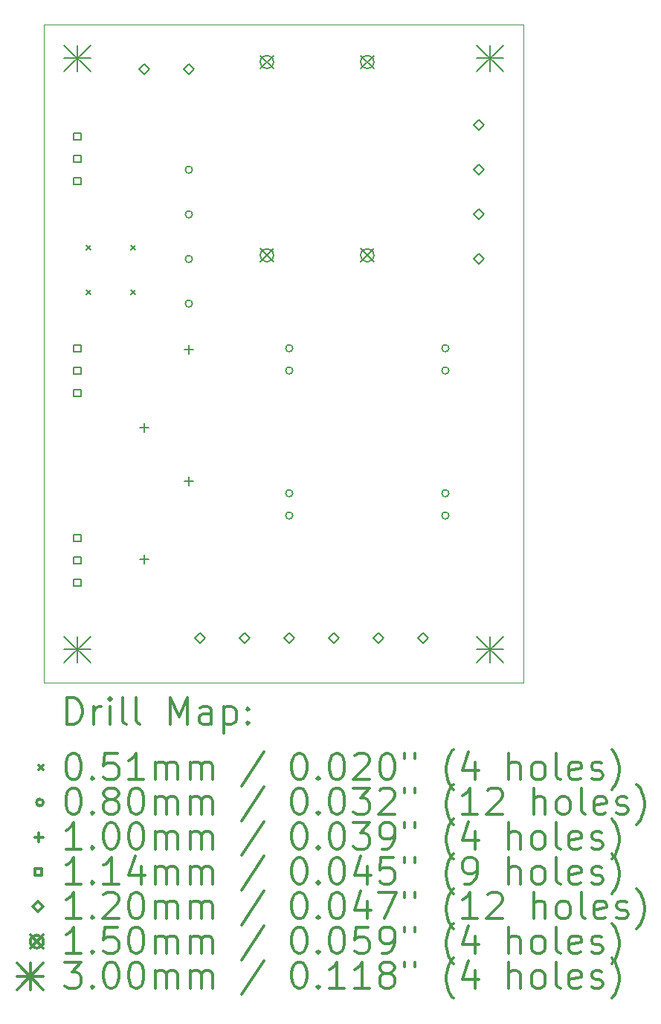
<source format=gbr>
%FSLAX45Y45*%
G04 Gerber Fmt 4.5, Leading zero omitted, Abs format (unit mm)*
G04 Created by KiCad (PCBNEW (after 2015-mar-04 BZR unknown)-product) date Sat 22 Oct 2016 07:01:56 PM CEST*
%MOMM*%
G01*
G04 APERTURE LIST*
%ADD10C,0.127000*%
%ADD11C,0.100000*%
%ADD12C,0.200000*%
%ADD13C,0.300000*%
G04 APERTURE END LIST*
D10*
D11*
X1016000Y-8509000D02*
X1016000Y-1016000D01*
X6477000Y-8509000D02*
X1016000Y-8509000D01*
X6477000Y-1016000D02*
X6477000Y-8509000D01*
X1016000Y-1016000D02*
X6477000Y-1016000D01*
D12*
X1498600Y-3530600D02*
X1549400Y-3581400D01*
X1549400Y-3530600D02*
X1498600Y-3581400D01*
X1498600Y-4038600D02*
X1549400Y-4089400D01*
X1549400Y-4038600D02*
X1498600Y-4089400D01*
X2006600Y-3530600D02*
X2057400Y-3581400D01*
X2057400Y-3530600D02*
X2006600Y-3581400D01*
X2006600Y-4038600D02*
X2057400Y-4089400D01*
X2057400Y-4038600D02*
X2006600Y-4089400D01*
X2707005Y-2667000D02*
G75*
G03X2707005Y-2667000I-40005J0D01*
G01*
X2707005Y-3175000D02*
G75*
G03X2707005Y-3175000I-40005J0D01*
G01*
X2707005Y-3683000D02*
G75*
G03X2707005Y-3683000I-40005J0D01*
G01*
X2707005Y-4191000D02*
G75*
G03X2707005Y-4191000I-40005J0D01*
G01*
X3850005Y-4699000D02*
G75*
G03X3850005Y-4699000I-40005J0D01*
G01*
X3850005Y-4953000D02*
G75*
G03X3850005Y-4953000I-40005J0D01*
G01*
X3850005Y-6350000D02*
G75*
G03X3850005Y-6350000I-40005J0D01*
G01*
X3850005Y-6604000D02*
G75*
G03X3850005Y-6604000I-40005J0D01*
G01*
X5628005Y-4699000D02*
G75*
G03X5628005Y-4699000I-40005J0D01*
G01*
X5628005Y-4953000D02*
G75*
G03X5628005Y-4953000I-40005J0D01*
G01*
X5628005Y-6350000D02*
G75*
G03X5628005Y-6350000I-40005J0D01*
G01*
X5628005Y-6604000D02*
G75*
G03X5628005Y-6604000I-40005J0D01*
G01*
X2159000Y-5549962D02*
X2159000Y-5650038D01*
X2108962Y-5600000D02*
X2209038Y-5600000D01*
X2159000Y-7049962D02*
X2159000Y-7150038D01*
X2108962Y-7100000D02*
X2209038Y-7100000D01*
X2667000Y-4660962D02*
X2667000Y-4761038D01*
X2616962Y-4711000D02*
X2717038Y-4711000D01*
X2667000Y-6160962D02*
X2667000Y-6261038D01*
X2616962Y-6211000D02*
X2717038Y-6211000D01*
X1437411Y-2326412D02*
X1437411Y-2245589D01*
X1356589Y-2245589D01*
X1356589Y-2326412D01*
X1437411Y-2326412D01*
X1437411Y-2580412D02*
X1437411Y-2499589D01*
X1356589Y-2499589D01*
X1356589Y-2580412D01*
X1437411Y-2580412D01*
X1437411Y-2834411D02*
X1437411Y-2753589D01*
X1356589Y-2753589D01*
X1356589Y-2834411D01*
X1437411Y-2834411D01*
X1437411Y-4739412D02*
X1437411Y-4658589D01*
X1356589Y-4658589D01*
X1356589Y-4739412D01*
X1437411Y-4739412D01*
X1437411Y-4993412D02*
X1437411Y-4912589D01*
X1356589Y-4912589D01*
X1356589Y-4993412D01*
X1437411Y-4993412D01*
X1437411Y-5247412D02*
X1437411Y-5166589D01*
X1356589Y-5166589D01*
X1356589Y-5247412D01*
X1437411Y-5247412D01*
X1437411Y-6898411D02*
X1437411Y-6817588D01*
X1356589Y-6817588D01*
X1356589Y-6898411D01*
X1437411Y-6898411D01*
X1437411Y-7152411D02*
X1437411Y-7071588D01*
X1356589Y-7071588D01*
X1356589Y-7152411D01*
X1437411Y-7152411D01*
X1437411Y-7406411D02*
X1437411Y-7325588D01*
X1356589Y-7325588D01*
X1356589Y-7406411D01*
X1437411Y-7406411D01*
X2159000Y-1583944D02*
X2218944Y-1524000D01*
X2159000Y-1464056D01*
X2099056Y-1524000D01*
X2159000Y-1583944D01*
X2667000Y-1583944D02*
X2726944Y-1524000D01*
X2667000Y-1464056D01*
X2607056Y-1524000D01*
X2667000Y-1583944D01*
X2794000Y-8060944D02*
X2853944Y-8001000D01*
X2794000Y-7941056D01*
X2734056Y-8001000D01*
X2794000Y-8060944D01*
X3302000Y-8060944D02*
X3361944Y-8001000D01*
X3302000Y-7941056D01*
X3242056Y-8001000D01*
X3302000Y-8060944D01*
X3810000Y-8060944D02*
X3869944Y-8001000D01*
X3810000Y-7941056D01*
X3750056Y-8001000D01*
X3810000Y-8060944D01*
X4318000Y-8060944D02*
X4377944Y-8001000D01*
X4318000Y-7941056D01*
X4258056Y-8001000D01*
X4318000Y-8060944D01*
X4826000Y-8060944D02*
X4885944Y-8001000D01*
X4826000Y-7941056D01*
X4766056Y-8001000D01*
X4826000Y-8060944D01*
X5334000Y-8060944D02*
X5393944Y-8001000D01*
X5334000Y-7941056D01*
X5274056Y-8001000D01*
X5334000Y-8060944D01*
X5969000Y-2218944D02*
X6028944Y-2159000D01*
X5969000Y-2099056D01*
X5909056Y-2159000D01*
X5969000Y-2218944D01*
X5969000Y-2726944D02*
X6028944Y-2667000D01*
X5969000Y-2607056D01*
X5909056Y-2667000D01*
X5969000Y-2726944D01*
X5969000Y-3234944D02*
X6028944Y-3175000D01*
X5969000Y-3115056D01*
X5909056Y-3175000D01*
X5969000Y-3234944D01*
X5969000Y-3742944D02*
X6028944Y-3683000D01*
X5969000Y-3623056D01*
X5909056Y-3683000D01*
X5969000Y-3742944D01*
X3480943Y-1364869D02*
X3631057Y-1514983D01*
X3631057Y-1364869D02*
X3480943Y-1514983D01*
X3631057Y-1439926D02*
G75*
G03X3631057Y-1439926I-75057J0D01*
G01*
X3480943Y-3565017D02*
X3631057Y-3715131D01*
X3631057Y-3565017D02*
X3480943Y-3715131D01*
X3631057Y-3640074D02*
G75*
G03X3631057Y-3640074I-75057J0D01*
G01*
X4623943Y-1364869D02*
X4774057Y-1514983D01*
X4774057Y-1364869D02*
X4623943Y-1514983D01*
X4774057Y-1439926D02*
G75*
G03X4774057Y-1439926I-75057J0D01*
G01*
X4623943Y-3565017D02*
X4774057Y-3715131D01*
X4774057Y-3565017D02*
X4623943Y-3715131D01*
X4774057Y-3640074D02*
G75*
G03X4774057Y-3640074I-75057J0D01*
G01*
X1247013Y-1247013D02*
X1546987Y-1546987D01*
X1546987Y-1247013D02*
X1247013Y-1546987D01*
X1397000Y-1247013D02*
X1397000Y-1546987D01*
X1247013Y-1397000D02*
X1546987Y-1397000D01*
X1247013Y-7978013D02*
X1546987Y-8277987D01*
X1546987Y-7978013D02*
X1247013Y-8277987D01*
X1397000Y-7978013D02*
X1397000Y-8277987D01*
X1247013Y-8128000D02*
X1546987Y-8128000D01*
X5946013Y-1247013D02*
X6245987Y-1546987D01*
X6245987Y-1247013D02*
X5946013Y-1546987D01*
X6096000Y-1247013D02*
X6096000Y-1546987D01*
X5946013Y-1397000D02*
X6245987Y-1397000D01*
X5946013Y-7978013D02*
X6245987Y-8277987D01*
X6245987Y-7978013D02*
X5946013Y-8277987D01*
X6096000Y-7978013D02*
X6096000Y-8277987D01*
X5946013Y-8128000D02*
X6245987Y-8128000D01*
D13*
X1282429Y-8979714D02*
X1282429Y-8679714D01*
X1353857Y-8679714D01*
X1396714Y-8694000D01*
X1425286Y-8722572D01*
X1439571Y-8751143D01*
X1453857Y-8808286D01*
X1453857Y-8851143D01*
X1439571Y-8908286D01*
X1425286Y-8936857D01*
X1396714Y-8965429D01*
X1353857Y-8979714D01*
X1282429Y-8979714D01*
X1582428Y-8979714D02*
X1582428Y-8779714D01*
X1582428Y-8836857D02*
X1596714Y-8808286D01*
X1611000Y-8794000D01*
X1639571Y-8779714D01*
X1668143Y-8779714D01*
X1768143Y-8979714D02*
X1768143Y-8779714D01*
X1768143Y-8679714D02*
X1753857Y-8694000D01*
X1768143Y-8708286D01*
X1782428Y-8694000D01*
X1768143Y-8679714D01*
X1768143Y-8708286D01*
X1953857Y-8979714D02*
X1925286Y-8965429D01*
X1911000Y-8936857D01*
X1911000Y-8679714D01*
X2111000Y-8979714D02*
X2082428Y-8965429D01*
X2068143Y-8936857D01*
X2068143Y-8679714D01*
X2453857Y-8979714D02*
X2453857Y-8679714D01*
X2553857Y-8894000D01*
X2653857Y-8679714D01*
X2653857Y-8979714D01*
X2925286Y-8979714D02*
X2925286Y-8822572D01*
X2911000Y-8794000D01*
X2882428Y-8779714D01*
X2825286Y-8779714D01*
X2796714Y-8794000D01*
X2925286Y-8965429D02*
X2896714Y-8979714D01*
X2825286Y-8979714D01*
X2796714Y-8965429D01*
X2782429Y-8936857D01*
X2782429Y-8908286D01*
X2796714Y-8879714D01*
X2825286Y-8865429D01*
X2896714Y-8865429D01*
X2925286Y-8851143D01*
X3068143Y-8779714D02*
X3068143Y-9079714D01*
X3068143Y-8794000D02*
X3096714Y-8779714D01*
X3153857Y-8779714D01*
X3182428Y-8794000D01*
X3196714Y-8808286D01*
X3211000Y-8836857D01*
X3211000Y-8922572D01*
X3196714Y-8951143D01*
X3182428Y-8965429D01*
X3153857Y-8979714D01*
X3096714Y-8979714D01*
X3068143Y-8965429D01*
X3339571Y-8951143D02*
X3353857Y-8965429D01*
X3339571Y-8979714D01*
X3325286Y-8965429D01*
X3339571Y-8951143D01*
X3339571Y-8979714D01*
X3339571Y-8794000D02*
X3353857Y-8808286D01*
X3339571Y-8822572D01*
X3325286Y-8808286D01*
X3339571Y-8794000D01*
X3339571Y-8822572D01*
X960200Y-9448600D02*
X1011000Y-9499400D01*
X1011000Y-9448600D02*
X960200Y-9499400D01*
X1339571Y-9309714D02*
X1368143Y-9309714D01*
X1396714Y-9324000D01*
X1411000Y-9338286D01*
X1425286Y-9366857D01*
X1439571Y-9424000D01*
X1439571Y-9495429D01*
X1425286Y-9552572D01*
X1411000Y-9581143D01*
X1396714Y-9595429D01*
X1368143Y-9609714D01*
X1339571Y-9609714D01*
X1311000Y-9595429D01*
X1296714Y-9581143D01*
X1282429Y-9552572D01*
X1268143Y-9495429D01*
X1268143Y-9424000D01*
X1282429Y-9366857D01*
X1296714Y-9338286D01*
X1311000Y-9324000D01*
X1339571Y-9309714D01*
X1568143Y-9581143D02*
X1582428Y-9595429D01*
X1568143Y-9609714D01*
X1553857Y-9595429D01*
X1568143Y-9581143D01*
X1568143Y-9609714D01*
X1853857Y-9309714D02*
X1711000Y-9309714D01*
X1696714Y-9452572D01*
X1711000Y-9438286D01*
X1739571Y-9424000D01*
X1811000Y-9424000D01*
X1839571Y-9438286D01*
X1853857Y-9452572D01*
X1868143Y-9481143D01*
X1868143Y-9552572D01*
X1853857Y-9581143D01*
X1839571Y-9595429D01*
X1811000Y-9609714D01*
X1739571Y-9609714D01*
X1711000Y-9595429D01*
X1696714Y-9581143D01*
X2153857Y-9609714D02*
X1982428Y-9609714D01*
X2068143Y-9609714D02*
X2068143Y-9309714D01*
X2039571Y-9352572D01*
X2011000Y-9381143D01*
X1982428Y-9395429D01*
X2282429Y-9609714D02*
X2282429Y-9409714D01*
X2282429Y-9438286D02*
X2296714Y-9424000D01*
X2325286Y-9409714D01*
X2368143Y-9409714D01*
X2396714Y-9424000D01*
X2411000Y-9452572D01*
X2411000Y-9609714D01*
X2411000Y-9452572D02*
X2425286Y-9424000D01*
X2453857Y-9409714D01*
X2496714Y-9409714D01*
X2525286Y-9424000D01*
X2539571Y-9452572D01*
X2539571Y-9609714D01*
X2682429Y-9609714D02*
X2682429Y-9409714D01*
X2682429Y-9438286D02*
X2696714Y-9424000D01*
X2725286Y-9409714D01*
X2768143Y-9409714D01*
X2796714Y-9424000D01*
X2811000Y-9452572D01*
X2811000Y-9609714D01*
X2811000Y-9452572D02*
X2825286Y-9424000D01*
X2853857Y-9409714D01*
X2896714Y-9409714D01*
X2925286Y-9424000D01*
X2939571Y-9452572D01*
X2939571Y-9609714D01*
X3525286Y-9295429D02*
X3268143Y-9681143D01*
X3911000Y-9309714D02*
X3939571Y-9309714D01*
X3968143Y-9324000D01*
X3982428Y-9338286D01*
X3996714Y-9366857D01*
X4011000Y-9424000D01*
X4011000Y-9495429D01*
X3996714Y-9552572D01*
X3982428Y-9581143D01*
X3968143Y-9595429D01*
X3939571Y-9609714D01*
X3911000Y-9609714D01*
X3882428Y-9595429D01*
X3868143Y-9581143D01*
X3853857Y-9552572D01*
X3839571Y-9495429D01*
X3839571Y-9424000D01*
X3853857Y-9366857D01*
X3868143Y-9338286D01*
X3882428Y-9324000D01*
X3911000Y-9309714D01*
X4139571Y-9581143D02*
X4153857Y-9595429D01*
X4139571Y-9609714D01*
X4125286Y-9595429D01*
X4139571Y-9581143D01*
X4139571Y-9609714D01*
X4339571Y-9309714D02*
X4368143Y-9309714D01*
X4396714Y-9324000D01*
X4411000Y-9338286D01*
X4425286Y-9366857D01*
X4439571Y-9424000D01*
X4439571Y-9495429D01*
X4425286Y-9552572D01*
X4411000Y-9581143D01*
X4396714Y-9595429D01*
X4368143Y-9609714D01*
X4339571Y-9609714D01*
X4311000Y-9595429D01*
X4296714Y-9581143D01*
X4282428Y-9552572D01*
X4268143Y-9495429D01*
X4268143Y-9424000D01*
X4282428Y-9366857D01*
X4296714Y-9338286D01*
X4311000Y-9324000D01*
X4339571Y-9309714D01*
X4553857Y-9338286D02*
X4568143Y-9324000D01*
X4596714Y-9309714D01*
X4668143Y-9309714D01*
X4696714Y-9324000D01*
X4711000Y-9338286D01*
X4725286Y-9366857D01*
X4725286Y-9395429D01*
X4711000Y-9438286D01*
X4539571Y-9609714D01*
X4725286Y-9609714D01*
X4911000Y-9309714D02*
X4939571Y-9309714D01*
X4968143Y-9324000D01*
X4982428Y-9338286D01*
X4996714Y-9366857D01*
X5011000Y-9424000D01*
X5011000Y-9495429D01*
X4996714Y-9552572D01*
X4982428Y-9581143D01*
X4968143Y-9595429D01*
X4939571Y-9609714D01*
X4911000Y-9609714D01*
X4882428Y-9595429D01*
X4868143Y-9581143D01*
X4853857Y-9552572D01*
X4839571Y-9495429D01*
X4839571Y-9424000D01*
X4853857Y-9366857D01*
X4868143Y-9338286D01*
X4882428Y-9324000D01*
X4911000Y-9309714D01*
X5125286Y-9309714D02*
X5125286Y-9366857D01*
X5239571Y-9309714D02*
X5239571Y-9366857D01*
X5682428Y-9724000D02*
X5668143Y-9709714D01*
X5639571Y-9666857D01*
X5625285Y-9638286D01*
X5611000Y-9595429D01*
X5596714Y-9524000D01*
X5596714Y-9466857D01*
X5611000Y-9395429D01*
X5625285Y-9352572D01*
X5639571Y-9324000D01*
X5668143Y-9281143D01*
X5682428Y-9266857D01*
X5925285Y-9409714D02*
X5925285Y-9609714D01*
X5853857Y-9295429D02*
X5782428Y-9509714D01*
X5968143Y-9509714D01*
X6311000Y-9609714D02*
X6311000Y-9309714D01*
X6439571Y-9609714D02*
X6439571Y-9452572D01*
X6425285Y-9424000D01*
X6396714Y-9409714D01*
X6353857Y-9409714D01*
X6325285Y-9424000D01*
X6311000Y-9438286D01*
X6625285Y-9609714D02*
X6596714Y-9595429D01*
X6582428Y-9581143D01*
X6568143Y-9552572D01*
X6568143Y-9466857D01*
X6582428Y-9438286D01*
X6596714Y-9424000D01*
X6625285Y-9409714D01*
X6668143Y-9409714D01*
X6696714Y-9424000D01*
X6711000Y-9438286D01*
X6725285Y-9466857D01*
X6725285Y-9552572D01*
X6711000Y-9581143D01*
X6696714Y-9595429D01*
X6668143Y-9609714D01*
X6625285Y-9609714D01*
X6896714Y-9609714D02*
X6868143Y-9595429D01*
X6853857Y-9566857D01*
X6853857Y-9309714D01*
X7125286Y-9595429D02*
X7096714Y-9609714D01*
X7039571Y-9609714D01*
X7011000Y-9595429D01*
X6996714Y-9566857D01*
X6996714Y-9452572D01*
X7011000Y-9424000D01*
X7039571Y-9409714D01*
X7096714Y-9409714D01*
X7125286Y-9424000D01*
X7139571Y-9452572D01*
X7139571Y-9481143D01*
X6996714Y-9509714D01*
X7253857Y-9595429D02*
X7282428Y-9609714D01*
X7339571Y-9609714D01*
X7368143Y-9595429D01*
X7382428Y-9566857D01*
X7382428Y-9552572D01*
X7368143Y-9524000D01*
X7339571Y-9509714D01*
X7296714Y-9509714D01*
X7268143Y-9495429D01*
X7253857Y-9466857D01*
X7253857Y-9452572D01*
X7268143Y-9424000D01*
X7296714Y-9409714D01*
X7339571Y-9409714D01*
X7368143Y-9424000D01*
X7482428Y-9724000D02*
X7496714Y-9709714D01*
X7525286Y-9666857D01*
X7539571Y-9638286D01*
X7553857Y-9595429D01*
X7568143Y-9524000D01*
X7568143Y-9466857D01*
X7553857Y-9395429D01*
X7539571Y-9352572D01*
X7525286Y-9324000D01*
X7496714Y-9281143D01*
X7482428Y-9266857D01*
X1011000Y-9870000D02*
G75*
G03X1011000Y-9870000I-40005J0D01*
G01*
X1339571Y-9705714D02*
X1368143Y-9705714D01*
X1396714Y-9720000D01*
X1411000Y-9734286D01*
X1425286Y-9762857D01*
X1439571Y-9820000D01*
X1439571Y-9891429D01*
X1425286Y-9948572D01*
X1411000Y-9977143D01*
X1396714Y-9991429D01*
X1368143Y-10005714D01*
X1339571Y-10005714D01*
X1311000Y-9991429D01*
X1296714Y-9977143D01*
X1282429Y-9948572D01*
X1268143Y-9891429D01*
X1268143Y-9820000D01*
X1282429Y-9762857D01*
X1296714Y-9734286D01*
X1311000Y-9720000D01*
X1339571Y-9705714D01*
X1568143Y-9977143D02*
X1582428Y-9991429D01*
X1568143Y-10005714D01*
X1553857Y-9991429D01*
X1568143Y-9977143D01*
X1568143Y-10005714D01*
X1753857Y-9834286D02*
X1725286Y-9820000D01*
X1711000Y-9805714D01*
X1696714Y-9777143D01*
X1696714Y-9762857D01*
X1711000Y-9734286D01*
X1725286Y-9720000D01*
X1753857Y-9705714D01*
X1811000Y-9705714D01*
X1839571Y-9720000D01*
X1853857Y-9734286D01*
X1868143Y-9762857D01*
X1868143Y-9777143D01*
X1853857Y-9805714D01*
X1839571Y-9820000D01*
X1811000Y-9834286D01*
X1753857Y-9834286D01*
X1725286Y-9848572D01*
X1711000Y-9862857D01*
X1696714Y-9891429D01*
X1696714Y-9948572D01*
X1711000Y-9977143D01*
X1725286Y-9991429D01*
X1753857Y-10005714D01*
X1811000Y-10005714D01*
X1839571Y-9991429D01*
X1853857Y-9977143D01*
X1868143Y-9948572D01*
X1868143Y-9891429D01*
X1853857Y-9862857D01*
X1839571Y-9848572D01*
X1811000Y-9834286D01*
X2053857Y-9705714D02*
X2082428Y-9705714D01*
X2111000Y-9720000D01*
X2125286Y-9734286D01*
X2139571Y-9762857D01*
X2153857Y-9820000D01*
X2153857Y-9891429D01*
X2139571Y-9948572D01*
X2125286Y-9977143D01*
X2111000Y-9991429D01*
X2082428Y-10005714D01*
X2053857Y-10005714D01*
X2025286Y-9991429D01*
X2011000Y-9977143D01*
X1996714Y-9948572D01*
X1982428Y-9891429D01*
X1982428Y-9820000D01*
X1996714Y-9762857D01*
X2011000Y-9734286D01*
X2025286Y-9720000D01*
X2053857Y-9705714D01*
X2282429Y-10005714D02*
X2282429Y-9805714D01*
X2282429Y-9834286D02*
X2296714Y-9820000D01*
X2325286Y-9805714D01*
X2368143Y-9805714D01*
X2396714Y-9820000D01*
X2411000Y-9848572D01*
X2411000Y-10005714D01*
X2411000Y-9848572D02*
X2425286Y-9820000D01*
X2453857Y-9805714D01*
X2496714Y-9805714D01*
X2525286Y-9820000D01*
X2539571Y-9848572D01*
X2539571Y-10005714D01*
X2682429Y-10005714D02*
X2682429Y-9805714D01*
X2682429Y-9834286D02*
X2696714Y-9820000D01*
X2725286Y-9805714D01*
X2768143Y-9805714D01*
X2796714Y-9820000D01*
X2811000Y-9848572D01*
X2811000Y-10005714D01*
X2811000Y-9848572D02*
X2825286Y-9820000D01*
X2853857Y-9805714D01*
X2896714Y-9805714D01*
X2925286Y-9820000D01*
X2939571Y-9848572D01*
X2939571Y-10005714D01*
X3525286Y-9691429D02*
X3268143Y-10077143D01*
X3911000Y-9705714D02*
X3939571Y-9705714D01*
X3968143Y-9720000D01*
X3982428Y-9734286D01*
X3996714Y-9762857D01*
X4011000Y-9820000D01*
X4011000Y-9891429D01*
X3996714Y-9948572D01*
X3982428Y-9977143D01*
X3968143Y-9991429D01*
X3939571Y-10005714D01*
X3911000Y-10005714D01*
X3882428Y-9991429D01*
X3868143Y-9977143D01*
X3853857Y-9948572D01*
X3839571Y-9891429D01*
X3839571Y-9820000D01*
X3853857Y-9762857D01*
X3868143Y-9734286D01*
X3882428Y-9720000D01*
X3911000Y-9705714D01*
X4139571Y-9977143D02*
X4153857Y-9991429D01*
X4139571Y-10005714D01*
X4125286Y-9991429D01*
X4139571Y-9977143D01*
X4139571Y-10005714D01*
X4339571Y-9705714D02*
X4368143Y-9705714D01*
X4396714Y-9720000D01*
X4411000Y-9734286D01*
X4425286Y-9762857D01*
X4439571Y-9820000D01*
X4439571Y-9891429D01*
X4425286Y-9948572D01*
X4411000Y-9977143D01*
X4396714Y-9991429D01*
X4368143Y-10005714D01*
X4339571Y-10005714D01*
X4311000Y-9991429D01*
X4296714Y-9977143D01*
X4282428Y-9948572D01*
X4268143Y-9891429D01*
X4268143Y-9820000D01*
X4282428Y-9762857D01*
X4296714Y-9734286D01*
X4311000Y-9720000D01*
X4339571Y-9705714D01*
X4539571Y-9705714D02*
X4725286Y-9705714D01*
X4625286Y-9820000D01*
X4668143Y-9820000D01*
X4696714Y-9834286D01*
X4711000Y-9848572D01*
X4725286Y-9877143D01*
X4725286Y-9948572D01*
X4711000Y-9977143D01*
X4696714Y-9991429D01*
X4668143Y-10005714D01*
X4582428Y-10005714D01*
X4553857Y-9991429D01*
X4539571Y-9977143D01*
X4839571Y-9734286D02*
X4853857Y-9720000D01*
X4882428Y-9705714D01*
X4953857Y-9705714D01*
X4982428Y-9720000D01*
X4996714Y-9734286D01*
X5011000Y-9762857D01*
X5011000Y-9791429D01*
X4996714Y-9834286D01*
X4825286Y-10005714D01*
X5011000Y-10005714D01*
X5125286Y-9705714D02*
X5125286Y-9762857D01*
X5239571Y-9705714D02*
X5239571Y-9762857D01*
X5682428Y-10120000D02*
X5668143Y-10105714D01*
X5639571Y-10062857D01*
X5625285Y-10034286D01*
X5611000Y-9991429D01*
X5596714Y-9920000D01*
X5596714Y-9862857D01*
X5611000Y-9791429D01*
X5625285Y-9748572D01*
X5639571Y-9720000D01*
X5668143Y-9677143D01*
X5682428Y-9662857D01*
X5953857Y-10005714D02*
X5782428Y-10005714D01*
X5868143Y-10005714D02*
X5868143Y-9705714D01*
X5839571Y-9748572D01*
X5811000Y-9777143D01*
X5782428Y-9791429D01*
X6068143Y-9734286D02*
X6082428Y-9720000D01*
X6111000Y-9705714D01*
X6182428Y-9705714D01*
X6211000Y-9720000D01*
X6225285Y-9734286D01*
X6239571Y-9762857D01*
X6239571Y-9791429D01*
X6225285Y-9834286D01*
X6053857Y-10005714D01*
X6239571Y-10005714D01*
X6596714Y-10005714D02*
X6596714Y-9705714D01*
X6725285Y-10005714D02*
X6725285Y-9848572D01*
X6711000Y-9820000D01*
X6682428Y-9805714D01*
X6639571Y-9805714D01*
X6611000Y-9820000D01*
X6596714Y-9834286D01*
X6911000Y-10005714D02*
X6882428Y-9991429D01*
X6868143Y-9977143D01*
X6853857Y-9948572D01*
X6853857Y-9862857D01*
X6868143Y-9834286D01*
X6882428Y-9820000D01*
X6911000Y-9805714D01*
X6953857Y-9805714D01*
X6982428Y-9820000D01*
X6996714Y-9834286D01*
X7011000Y-9862857D01*
X7011000Y-9948572D01*
X6996714Y-9977143D01*
X6982428Y-9991429D01*
X6953857Y-10005714D01*
X6911000Y-10005714D01*
X7182428Y-10005714D02*
X7153857Y-9991429D01*
X7139571Y-9962857D01*
X7139571Y-9705714D01*
X7411000Y-9991429D02*
X7382428Y-10005714D01*
X7325286Y-10005714D01*
X7296714Y-9991429D01*
X7282428Y-9962857D01*
X7282428Y-9848572D01*
X7296714Y-9820000D01*
X7325286Y-9805714D01*
X7382428Y-9805714D01*
X7411000Y-9820000D01*
X7425286Y-9848572D01*
X7425286Y-9877143D01*
X7282428Y-9905714D01*
X7539571Y-9991429D02*
X7568143Y-10005714D01*
X7625286Y-10005714D01*
X7653857Y-9991429D01*
X7668143Y-9962857D01*
X7668143Y-9948572D01*
X7653857Y-9920000D01*
X7625286Y-9905714D01*
X7582428Y-9905714D01*
X7553857Y-9891429D01*
X7539571Y-9862857D01*
X7539571Y-9848572D01*
X7553857Y-9820000D01*
X7582428Y-9805714D01*
X7625286Y-9805714D01*
X7653857Y-9820000D01*
X7768143Y-10120000D02*
X7782428Y-10105714D01*
X7811000Y-10062857D01*
X7825286Y-10034286D01*
X7839571Y-9991429D01*
X7853857Y-9920000D01*
X7853857Y-9862857D01*
X7839571Y-9791429D01*
X7825286Y-9748572D01*
X7811000Y-9720000D01*
X7782428Y-9677143D01*
X7768143Y-9662857D01*
X960962Y-10215962D02*
X960962Y-10316038D01*
X910924Y-10266000D02*
X1011000Y-10266000D01*
X1439571Y-10401714D02*
X1268143Y-10401714D01*
X1353857Y-10401714D02*
X1353857Y-10101714D01*
X1325286Y-10144572D01*
X1296714Y-10173143D01*
X1268143Y-10187429D01*
X1568143Y-10373143D02*
X1582428Y-10387429D01*
X1568143Y-10401714D01*
X1553857Y-10387429D01*
X1568143Y-10373143D01*
X1568143Y-10401714D01*
X1768143Y-10101714D02*
X1796714Y-10101714D01*
X1825286Y-10116000D01*
X1839571Y-10130286D01*
X1853857Y-10158857D01*
X1868143Y-10216000D01*
X1868143Y-10287429D01*
X1853857Y-10344572D01*
X1839571Y-10373143D01*
X1825286Y-10387429D01*
X1796714Y-10401714D01*
X1768143Y-10401714D01*
X1739571Y-10387429D01*
X1725286Y-10373143D01*
X1711000Y-10344572D01*
X1696714Y-10287429D01*
X1696714Y-10216000D01*
X1711000Y-10158857D01*
X1725286Y-10130286D01*
X1739571Y-10116000D01*
X1768143Y-10101714D01*
X2053857Y-10101714D02*
X2082428Y-10101714D01*
X2111000Y-10116000D01*
X2125286Y-10130286D01*
X2139571Y-10158857D01*
X2153857Y-10216000D01*
X2153857Y-10287429D01*
X2139571Y-10344572D01*
X2125286Y-10373143D01*
X2111000Y-10387429D01*
X2082428Y-10401714D01*
X2053857Y-10401714D01*
X2025286Y-10387429D01*
X2011000Y-10373143D01*
X1996714Y-10344572D01*
X1982428Y-10287429D01*
X1982428Y-10216000D01*
X1996714Y-10158857D01*
X2011000Y-10130286D01*
X2025286Y-10116000D01*
X2053857Y-10101714D01*
X2282429Y-10401714D02*
X2282429Y-10201714D01*
X2282429Y-10230286D02*
X2296714Y-10216000D01*
X2325286Y-10201714D01*
X2368143Y-10201714D01*
X2396714Y-10216000D01*
X2411000Y-10244572D01*
X2411000Y-10401714D01*
X2411000Y-10244572D02*
X2425286Y-10216000D01*
X2453857Y-10201714D01*
X2496714Y-10201714D01*
X2525286Y-10216000D01*
X2539571Y-10244572D01*
X2539571Y-10401714D01*
X2682429Y-10401714D02*
X2682429Y-10201714D01*
X2682429Y-10230286D02*
X2696714Y-10216000D01*
X2725286Y-10201714D01*
X2768143Y-10201714D01*
X2796714Y-10216000D01*
X2811000Y-10244572D01*
X2811000Y-10401714D01*
X2811000Y-10244572D02*
X2825286Y-10216000D01*
X2853857Y-10201714D01*
X2896714Y-10201714D01*
X2925286Y-10216000D01*
X2939571Y-10244572D01*
X2939571Y-10401714D01*
X3525286Y-10087429D02*
X3268143Y-10473143D01*
X3911000Y-10101714D02*
X3939571Y-10101714D01*
X3968143Y-10116000D01*
X3982428Y-10130286D01*
X3996714Y-10158857D01*
X4011000Y-10216000D01*
X4011000Y-10287429D01*
X3996714Y-10344572D01*
X3982428Y-10373143D01*
X3968143Y-10387429D01*
X3939571Y-10401714D01*
X3911000Y-10401714D01*
X3882428Y-10387429D01*
X3868143Y-10373143D01*
X3853857Y-10344572D01*
X3839571Y-10287429D01*
X3839571Y-10216000D01*
X3853857Y-10158857D01*
X3868143Y-10130286D01*
X3882428Y-10116000D01*
X3911000Y-10101714D01*
X4139571Y-10373143D02*
X4153857Y-10387429D01*
X4139571Y-10401714D01*
X4125286Y-10387429D01*
X4139571Y-10373143D01*
X4139571Y-10401714D01*
X4339571Y-10101714D02*
X4368143Y-10101714D01*
X4396714Y-10116000D01*
X4411000Y-10130286D01*
X4425286Y-10158857D01*
X4439571Y-10216000D01*
X4439571Y-10287429D01*
X4425286Y-10344572D01*
X4411000Y-10373143D01*
X4396714Y-10387429D01*
X4368143Y-10401714D01*
X4339571Y-10401714D01*
X4311000Y-10387429D01*
X4296714Y-10373143D01*
X4282428Y-10344572D01*
X4268143Y-10287429D01*
X4268143Y-10216000D01*
X4282428Y-10158857D01*
X4296714Y-10130286D01*
X4311000Y-10116000D01*
X4339571Y-10101714D01*
X4539571Y-10101714D02*
X4725286Y-10101714D01*
X4625286Y-10216000D01*
X4668143Y-10216000D01*
X4696714Y-10230286D01*
X4711000Y-10244572D01*
X4725286Y-10273143D01*
X4725286Y-10344572D01*
X4711000Y-10373143D01*
X4696714Y-10387429D01*
X4668143Y-10401714D01*
X4582428Y-10401714D01*
X4553857Y-10387429D01*
X4539571Y-10373143D01*
X4868143Y-10401714D02*
X4925286Y-10401714D01*
X4953857Y-10387429D01*
X4968143Y-10373143D01*
X4996714Y-10330286D01*
X5011000Y-10273143D01*
X5011000Y-10158857D01*
X4996714Y-10130286D01*
X4982428Y-10116000D01*
X4953857Y-10101714D01*
X4896714Y-10101714D01*
X4868143Y-10116000D01*
X4853857Y-10130286D01*
X4839571Y-10158857D01*
X4839571Y-10230286D01*
X4853857Y-10258857D01*
X4868143Y-10273143D01*
X4896714Y-10287429D01*
X4953857Y-10287429D01*
X4982428Y-10273143D01*
X4996714Y-10258857D01*
X5011000Y-10230286D01*
X5125286Y-10101714D02*
X5125286Y-10158857D01*
X5239571Y-10101714D02*
X5239571Y-10158857D01*
X5682428Y-10516000D02*
X5668143Y-10501714D01*
X5639571Y-10458857D01*
X5625285Y-10430286D01*
X5611000Y-10387429D01*
X5596714Y-10316000D01*
X5596714Y-10258857D01*
X5611000Y-10187429D01*
X5625285Y-10144572D01*
X5639571Y-10116000D01*
X5668143Y-10073143D01*
X5682428Y-10058857D01*
X5925285Y-10201714D02*
X5925285Y-10401714D01*
X5853857Y-10087429D02*
X5782428Y-10301714D01*
X5968143Y-10301714D01*
X6311000Y-10401714D02*
X6311000Y-10101714D01*
X6439571Y-10401714D02*
X6439571Y-10244572D01*
X6425285Y-10216000D01*
X6396714Y-10201714D01*
X6353857Y-10201714D01*
X6325285Y-10216000D01*
X6311000Y-10230286D01*
X6625285Y-10401714D02*
X6596714Y-10387429D01*
X6582428Y-10373143D01*
X6568143Y-10344572D01*
X6568143Y-10258857D01*
X6582428Y-10230286D01*
X6596714Y-10216000D01*
X6625285Y-10201714D01*
X6668143Y-10201714D01*
X6696714Y-10216000D01*
X6711000Y-10230286D01*
X6725285Y-10258857D01*
X6725285Y-10344572D01*
X6711000Y-10373143D01*
X6696714Y-10387429D01*
X6668143Y-10401714D01*
X6625285Y-10401714D01*
X6896714Y-10401714D02*
X6868143Y-10387429D01*
X6853857Y-10358857D01*
X6853857Y-10101714D01*
X7125286Y-10387429D02*
X7096714Y-10401714D01*
X7039571Y-10401714D01*
X7011000Y-10387429D01*
X6996714Y-10358857D01*
X6996714Y-10244572D01*
X7011000Y-10216000D01*
X7039571Y-10201714D01*
X7096714Y-10201714D01*
X7125286Y-10216000D01*
X7139571Y-10244572D01*
X7139571Y-10273143D01*
X6996714Y-10301714D01*
X7253857Y-10387429D02*
X7282428Y-10401714D01*
X7339571Y-10401714D01*
X7368143Y-10387429D01*
X7382428Y-10358857D01*
X7382428Y-10344572D01*
X7368143Y-10316000D01*
X7339571Y-10301714D01*
X7296714Y-10301714D01*
X7268143Y-10287429D01*
X7253857Y-10258857D01*
X7253857Y-10244572D01*
X7268143Y-10216000D01*
X7296714Y-10201714D01*
X7339571Y-10201714D01*
X7368143Y-10216000D01*
X7482428Y-10516000D02*
X7496714Y-10501714D01*
X7525286Y-10458857D01*
X7539571Y-10430286D01*
X7553857Y-10387429D01*
X7568143Y-10316000D01*
X7568143Y-10258857D01*
X7553857Y-10187429D01*
X7539571Y-10144572D01*
X7525286Y-10116000D01*
X7496714Y-10073143D01*
X7482428Y-10058857D01*
X994261Y-10702412D02*
X994261Y-10621589D01*
X913438Y-10621589D01*
X913438Y-10702412D01*
X994261Y-10702412D01*
X1439571Y-10797714D02*
X1268143Y-10797714D01*
X1353857Y-10797714D02*
X1353857Y-10497714D01*
X1325286Y-10540572D01*
X1296714Y-10569143D01*
X1268143Y-10583429D01*
X1568143Y-10769143D02*
X1582428Y-10783429D01*
X1568143Y-10797714D01*
X1553857Y-10783429D01*
X1568143Y-10769143D01*
X1568143Y-10797714D01*
X1868143Y-10797714D02*
X1696714Y-10797714D01*
X1782428Y-10797714D02*
X1782428Y-10497714D01*
X1753857Y-10540572D01*
X1725286Y-10569143D01*
X1696714Y-10583429D01*
X2125286Y-10597714D02*
X2125286Y-10797714D01*
X2053857Y-10483429D02*
X1982428Y-10697714D01*
X2168143Y-10697714D01*
X2282429Y-10797714D02*
X2282429Y-10597714D01*
X2282429Y-10626286D02*
X2296714Y-10612000D01*
X2325286Y-10597714D01*
X2368143Y-10597714D01*
X2396714Y-10612000D01*
X2411000Y-10640572D01*
X2411000Y-10797714D01*
X2411000Y-10640572D02*
X2425286Y-10612000D01*
X2453857Y-10597714D01*
X2496714Y-10597714D01*
X2525286Y-10612000D01*
X2539571Y-10640572D01*
X2539571Y-10797714D01*
X2682429Y-10797714D02*
X2682429Y-10597714D01*
X2682429Y-10626286D02*
X2696714Y-10612000D01*
X2725286Y-10597714D01*
X2768143Y-10597714D01*
X2796714Y-10612000D01*
X2811000Y-10640572D01*
X2811000Y-10797714D01*
X2811000Y-10640572D02*
X2825286Y-10612000D01*
X2853857Y-10597714D01*
X2896714Y-10597714D01*
X2925286Y-10612000D01*
X2939571Y-10640572D01*
X2939571Y-10797714D01*
X3525286Y-10483429D02*
X3268143Y-10869143D01*
X3911000Y-10497714D02*
X3939571Y-10497714D01*
X3968143Y-10512000D01*
X3982428Y-10526286D01*
X3996714Y-10554857D01*
X4011000Y-10612000D01*
X4011000Y-10683429D01*
X3996714Y-10740572D01*
X3982428Y-10769143D01*
X3968143Y-10783429D01*
X3939571Y-10797714D01*
X3911000Y-10797714D01*
X3882428Y-10783429D01*
X3868143Y-10769143D01*
X3853857Y-10740572D01*
X3839571Y-10683429D01*
X3839571Y-10612000D01*
X3853857Y-10554857D01*
X3868143Y-10526286D01*
X3882428Y-10512000D01*
X3911000Y-10497714D01*
X4139571Y-10769143D02*
X4153857Y-10783429D01*
X4139571Y-10797714D01*
X4125286Y-10783429D01*
X4139571Y-10769143D01*
X4139571Y-10797714D01*
X4339571Y-10497714D02*
X4368143Y-10497714D01*
X4396714Y-10512000D01*
X4411000Y-10526286D01*
X4425286Y-10554857D01*
X4439571Y-10612000D01*
X4439571Y-10683429D01*
X4425286Y-10740572D01*
X4411000Y-10769143D01*
X4396714Y-10783429D01*
X4368143Y-10797714D01*
X4339571Y-10797714D01*
X4311000Y-10783429D01*
X4296714Y-10769143D01*
X4282428Y-10740572D01*
X4268143Y-10683429D01*
X4268143Y-10612000D01*
X4282428Y-10554857D01*
X4296714Y-10526286D01*
X4311000Y-10512000D01*
X4339571Y-10497714D01*
X4696714Y-10597714D02*
X4696714Y-10797714D01*
X4625286Y-10483429D02*
X4553857Y-10697714D01*
X4739571Y-10697714D01*
X4996714Y-10497714D02*
X4853857Y-10497714D01*
X4839571Y-10640572D01*
X4853857Y-10626286D01*
X4882428Y-10612000D01*
X4953857Y-10612000D01*
X4982428Y-10626286D01*
X4996714Y-10640572D01*
X5011000Y-10669143D01*
X5011000Y-10740572D01*
X4996714Y-10769143D01*
X4982428Y-10783429D01*
X4953857Y-10797714D01*
X4882428Y-10797714D01*
X4853857Y-10783429D01*
X4839571Y-10769143D01*
X5125286Y-10497714D02*
X5125286Y-10554857D01*
X5239571Y-10497714D02*
X5239571Y-10554857D01*
X5682428Y-10912000D02*
X5668143Y-10897714D01*
X5639571Y-10854857D01*
X5625285Y-10826286D01*
X5611000Y-10783429D01*
X5596714Y-10712000D01*
X5596714Y-10654857D01*
X5611000Y-10583429D01*
X5625285Y-10540572D01*
X5639571Y-10512000D01*
X5668143Y-10469143D01*
X5682428Y-10454857D01*
X5811000Y-10797714D02*
X5868143Y-10797714D01*
X5896714Y-10783429D01*
X5911000Y-10769143D01*
X5939571Y-10726286D01*
X5953857Y-10669143D01*
X5953857Y-10554857D01*
X5939571Y-10526286D01*
X5925285Y-10512000D01*
X5896714Y-10497714D01*
X5839571Y-10497714D01*
X5811000Y-10512000D01*
X5796714Y-10526286D01*
X5782428Y-10554857D01*
X5782428Y-10626286D01*
X5796714Y-10654857D01*
X5811000Y-10669143D01*
X5839571Y-10683429D01*
X5896714Y-10683429D01*
X5925285Y-10669143D01*
X5939571Y-10654857D01*
X5953857Y-10626286D01*
X6311000Y-10797714D02*
X6311000Y-10497714D01*
X6439571Y-10797714D02*
X6439571Y-10640572D01*
X6425285Y-10612000D01*
X6396714Y-10597714D01*
X6353857Y-10597714D01*
X6325285Y-10612000D01*
X6311000Y-10626286D01*
X6625285Y-10797714D02*
X6596714Y-10783429D01*
X6582428Y-10769143D01*
X6568143Y-10740572D01*
X6568143Y-10654857D01*
X6582428Y-10626286D01*
X6596714Y-10612000D01*
X6625285Y-10597714D01*
X6668143Y-10597714D01*
X6696714Y-10612000D01*
X6711000Y-10626286D01*
X6725285Y-10654857D01*
X6725285Y-10740572D01*
X6711000Y-10769143D01*
X6696714Y-10783429D01*
X6668143Y-10797714D01*
X6625285Y-10797714D01*
X6896714Y-10797714D02*
X6868143Y-10783429D01*
X6853857Y-10754857D01*
X6853857Y-10497714D01*
X7125286Y-10783429D02*
X7096714Y-10797714D01*
X7039571Y-10797714D01*
X7011000Y-10783429D01*
X6996714Y-10754857D01*
X6996714Y-10640572D01*
X7011000Y-10612000D01*
X7039571Y-10597714D01*
X7096714Y-10597714D01*
X7125286Y-10612000D01*
X7139571Y-10640572D01*
X7139571Y-10669143D01*
X6996714Y-10697714D01*
X7253857Y-10783429D02*
X7282428Y-10797714D01*
X7339571Y-10797714D01*
X7368143Y-10783429D01*
X7382428Y-10754857D01*
X7382428Y-10740572D01*
X7368143Y-10712000D01*
X7339571Y-10697714D01*
X7296714Y-10697714D01*
X7268143Y-10683429D01*
X7253857Y-10654857D01*
X7253857Y-10640572D01*
X7268143Y-10612000D01*
X7296714Y-10597714D01*
X7339571Y-10597714D01*
X7368143Y-10612000D01*
X7482428Y-10912000D02*
X7496714Y-10897714D01*
X7525286Y-10854857D01*
X7539571Y-10826286D01*
X7553857Y-10783429D01*
X7568143Y-10712000D01*
X7568143Y-10654857D01*
X7553857Y-10583429D01*
X7539571Y-10540572D01*
X7525286Y-10512000D01*
X7496714Y-10469143D01*
X7482428Y-10454857D01*
X951056Y-11117944D02*
X1011000Y-11058000D01*
X951056Y-10998056D01*
X891112Y-11058000D01*
X951056Y-11117944D01*
X1439571Y-11193714D02*
X1268143Y-11193714D01*
X1353857Y-11193714D02*
X1353857Y-10893714D01*
X1325286Y-10936572D01*
X1296714Y-10965143D01*
X1268143Y-10979429D01*
X1568143Y-11165143D02*
X1582428Y-11179429D01*
X1568143Y-11193714D01*
X1553857Y-11179429D01*
X1568143Y-11165143D01*
X1568143Y-11193714D01*
X1696714Y-10922286D02*
X1711000Y-10908000D01*
X1739571Y-10893714D01*
X1811000Y-10893714D01*
X1839571Y-10908000D01*
X1853857Y-10922286D01*
X1868143Y-10950857D01*
X1868143Y-10979429D01*
X1853857Y-11022286D01*
X1682428Y-11193714D01*
X1868143Y-11193714D01*
X2053857Y-10893714D02*
X2082428Y-10893714D01*
X2111000Y-10908000D01*
X2125286Y-10922286D01*
X2139571Y-10950857D01*
X2153857Y-11008000D01*
X2153857Y-11079429D01*
X2139571Y-11136572D01*
X2125286Y-11165143D01*
X2111000Y-11179429D01*
X2082428Y-11193714D01*
X2053857Y-11193714D01*
X2025286Y-11179429D01*
X2011000Y-11165143D01*
X1996714Y-11136572D01*
X1982428Y-11079429D01*
X1982428Y-11008000D01*
X1996714Y-10950857D01*
X2011000Y-10922286D01*
X2025286Y-10908000D01*
X2053857Y-10893714D01*
X2282429Y-11193714D02*
X2282429Y-10993714D01*
X2282429Y-11022286D02*
X2296714Y-11008000D01*
X2325286Y-10993714D01*
X2368143Y-10993714D01*
X2396714Y-11008000D01*
X2411000Y-11036572D01*
X2411000Y-11193714D01*
X2411000Y-11036572D02*
X2425286Y-11008000D01*
X2453857Y-10993714D01*
X2496714Y-10993714D01*
X2525286Y-11008000D01*
X2539571Y-11036572D01*
X2539571Y-11193714D01*
X2682429Y-11193714D02*
X2682429Y-10993714D01*
X2682429Y-11022286D02*
X2696714Y-11008000D01*
X2725286Y-10993714D01*
X2768143Y-10993714D01*
X2796714Y-11008000D01*
X2811000Y-11036572D01*
X2811000Y-11193714D01*
X2811000Y-11036572D02*
X2825286Y-11008000D01*
X2853857Y-10993714D01*
X2896714Y-10993714D01*
X2925286Y-11008000D01*
X2939571Y-11036572D01*
X2939571Y-11193714D01*
X3525286Y-10879429D02*
X3268143Y-11265143D01*
X3911000Y-10893714D02*
X3939571Y-10893714D01*
X3968143Y-10908000D01*
X3982428Y-10922286D01*
X3996714Y-10950857D01*
X4011000Y-11008000D01*
X4011000Y-11079429D01*
X3996714Y-11136572D01*
X3982428Y-11165143D01*
X3968143Y-11179429D01*
X3939571Y-11193714D01*
X3911000Y-11193714D01*
X3882428Y-11179429D01*
X3868143Y-11165143D01*
X3853857Y-11136572D01*
X3839571Y-11079429D01*
X3839571Y-11008000D01*
X3853857Y-10950857D01*
X3868143Y-10922286D01*
X3882428Y-10908000D01*
X3911000Y-10893714D01*
X4139571Y-11165143D02*
X4153857Y-11179429D01*
X4139571Y-11193714D01*
X4125286Y-11179429D01*
X4139571Y-11165143D01*
X4139571Y-11193714D01*
X4339571Y-10893714D02*
X4368143Y-10893714D01*
X4396714Y-10908000D01*
X4411000Y-10922286D01*
X4425286Y-10950857D01*
X4439571Y-11008000D01*
X4439571Y-11079429D01*
X4425286Y-11136572D01*
X4411000Y-11165143D01*
X4396714Y-11179429D01*
X4368143Y-11193714D01*
X4339571Y-11193714D01*
X4311000Y-11179429D01*
X4296714Y-11165143D01*
X4282428Y-11136572D01*
X4268143Y-11079429D01*
X4268143Y-11008000D01*
X4282428Y-10950857D01*
X4296714Y-10922286D01*
X4311000Y-10908000D01*
X4339571Y-10893714D01*
X4696714Y-10993714D02*
X4696714Y-11193714D01*
X4625286Y-10879429D02*
X4553857Y-11093714D01*
X4739571Y-11093714D01*
X4825286Y-10893714D02*
X5025286Y-10893714D01*
X4896714Y-11193714D01*
X5125286Y-10893714D02*
X5125286Y-10950857D01*
X5239571Y-10893714D02*
X5239571Y-10950857D01*
X5682428Y-11308000D02*
X5668143Y-11293714D01*
X5639571Y-11250857D01*
X5625285Y-11222286D01*
X5611000Y-11179429D01*
X5596714Y-11108000D01*
X5596714Y-11050857D01*
X5611000Y-10979429D01*
X5625285Y-10936572D01*
X5639571Y-10908000D01*
X5668143Y-10865143D01*
X5682428Y-10850857D01*
X5953857Y-11193714D02*
X5782428Y-11193714D01*
X5868143Y-11193714D02*
X5868143Y-10893714D01*
X5839571Y-10936572D01*
X5811000Y-10965143D01*
X5782428Y-10979429D01*
X6068143Y-10922286D02*
X6082428Y-10908000D01*
X6111000Y-10893714D01*
X6182428Y-10893714D01*
X6211000Y-10908000D01*
X6225285Y-10922286D01*
X6239571Y-10950857D01*
X6239571Y-10979429D01*
X6225285Y-11022286D01*
X6053857Y-11193714D01*
X6239571Y-11193714D01*
X6596714Y-11193714D02*
X6596714Y-10893714D01*
X6725285Y-11193714D02*
X6725285Y-11036572D01*
X6711000Y-11008000D01*
X6682428Y-10993714D01*
X6639571Y-10993714D01*
X6611000Y-11008000D01*
X6596714Y-11022286D01*
X6911000Y-11193714D02*
X6882428Y-11179429D01*
X6868143Y-11165143D01*
X6853857Y-11136572D01*
X6853857Y-11050857D01*
X6868143Y-11022286D01*
X6882428Y-11008000D01*
X6911000Y-10993714D01*
X6953857Y-10993714D01*
X6982428Y-11008000D01*
X6996714Y-11022286D01*
X7011000Y-11050857D01*
X7011000Y-11136572D01*
X6996714Y-11165143D01*
X6982428Y-11179429D01*
X6953857Y-11193714D01*
X6911000Y-11193714D01*
X7182428Y-11193714D02*
X7153857Y-11179429D01*
X7139571Y-11150857D01*
X7139571Y-10893714D01*
X7411000Y-11179429D02*
X7382428Y-11193714D01*
X7325286Y-11193714D01*
X7296714Y-11179429D01*
X7282428Y-11150857D01*
X7282428Y-11036572D01*
X7296714Y-11008000D01*
X7325286Y-10993714D01*
X7382428Y-10993714D01*
X7411000Y-11008000D01*
X7425286Y-11036572D01*
X7425286Y-11065143D01*
X7282428Y-11093714D01*
X7539571Y-11179429D02*
X7568143Y-11193714D01*
X7625286Y-11193714D01*
X7653857Y-11179429D01*
X7668143Y-11150857D01*
X7668143Y-11136572D01*
X7653857Y-11108000D01*
X7625286Y-11093714D01*
X7582428Y-11093714D01*
X7553857Y-11079429D01*
X7539571Y-11050857D01*
X7539571Y-11036572D01*
X7553857Y-11008000D01*
X7582428Y-10993714D01*
X7625286Y-10993714D01*
X7653857Y-11008000D01*
X7768143Y-11308000D02*
X7782428Y-11293714D01*
X7811000Y-11250857D01*
X7825286Y-11222286D01*
X7839571Y-11179429D01*
X7853857Y-11108000D01*
X7853857Y-11050857D01*
X7839571Y-10979429D01*
X7825286Y-10936572D01*
X7811000Y-10908000D01*
X7782428Y-10865143D01*
X7768143Y-10850857D01*
X860886Y-11378943D02*
X1011000Y-11529057D01*
X1011000Y-11378943D02*
X860886Y-11529057D01*
X1011000Y-11454000D02*
G75*
G03X1011000Y-11454000I-75057J0D01*
G01*
X1439571Y-11589714D02*
X1268143Y-11589714D01*
X1353857Y-11589714D02*
X1353857Y-11289714D01*
X1325286Y-11332571D01*
X1296714Y-11361143D01*
X1268143Y-11375429D01*
X1568143Y-11561143D02*
X1582428Y-11575429D01*
X1568143Y-11589714D01*
X1553857Y-11575429D01*
X1568143Y-11561143D01*
X1568143Y-11589714D01*
X1853857Y-11289714D02*
X1711000Y-11289714D01*
X1696714Y-11432571D01*
X1711000Y-11418286D01*
X1739571Y-11404000D01*
X1811000Y-11404000D01*
X1839571Y-11418286D01*
X1853857Y-11432571D01*
X1868143Y-11461143D01*
X1868143Y-11532571D01*
X1853857Y-11561143D01*
X1839571Y-11575429D01*
X1811000Y-11589714D01*
X1739571Y-11589714D01*
X1711000Y-11575429D01*
X1696714Y-11561143D01*
X2053857Y-11289714D02*
X2082428Y-11289714D01*
X2111000Y-11304000D01*
X2125286Y-11318286D01*
X2139571Y-11346857D01*
X2153857Y-11404000D01*
X2153857Y-11475429D01*
X2139571Y-11532571D01*
X2125286Y-11561143D01*
X2111000Y-11575429D01*
X2082428Y-11589714D01*
X2053857Y-11589714D01*
X2025286Y-11575429D01*
X2011000Y-11561143D01*
X1996714Y-11532571D01*
X1982428Y-11475429D01*
X1982428Y-11404000D01*
X1996714Y-11346857D01*
X2011000Y-11318286D01*
X2025286Y-11304000D01*
X2053857Y-11289714D01*
X2282429Y-11589714D02*
X2282429Y-11389714D01*
X2282429Y-11418286D02*
X2296714Y-11404000D01*
X2325286Y-11389714D01*
X2368143Y-11389714D01*
X2396714Y-11404000D01*
X2411000Y-11432571D01*
X2411000Y-11589714D01*
X2411000Y-11432571D02*
X2425286Y-11404000D01*
X2453857Y-11389714D01*
X2496714Y-11389714D01*
X2525286Y-11404000D01*
X2539571Y-11432571D01*
X2539571Y-11589714D01*
X2682429Y-11589714D02*
X2682429Y-11389714D01*
X2682429Y-11418286D02*
X2696714Y-11404000D01*
X2725286Y-11389714D01*
X2768143Y-11389714D01*
X2796714Y-11404000D01*
X2811000Y-11432571D01*
X2811000Y-11589714D01*
X2811000Y-11432571D02*
X2825286Y-11404000D01*
X2853857Y-11389714D01*
X2896714Y-11389714D01*
X2925286Y-11404000D01*
X2939571Y-11432571D01*
X2939571Y-11589714D01*
X3525286Y-11275429D02*
X3268143Y-11661143D01*
X3911000Y-11289714D02*
X3939571Y-11289714D01*
X3968143Y-11304000D01*
X3982428Y-11318286D01*
X3996714Y-11346857D01*
X4011000Y-11404000D01*
X4011000Y-11475429D01*
X3996714Y-11532571D01*
X3982428Y-11561143D01*
X3968143Y-11575429D01*
X3939571Y-11589714D01*
X3911000Y-11589714D01*
X3882428Y-11575429D01*
X3868143Y-11561143D01*
X3853857Y-11532571D01*
X3839571Y-11475429D01*
X3839571Y-11404000D01*
X3853857Y-11346857D01*
X3868143Y-11318286D01*
X3882428Y-11304000D01*
X3911000Y-11289714D01*
X4139571Y-11561143D02*
X4153857Y-11575429D01*
X4139571Y-11589714D01*
X4125286Y-11575429D01*
X4139571Y-11561143D01*
X4139571Y-11589714D01*
X4339571Y-11289714D02*
X4368143Y-11289714D01*
X4396714Y-11304000D01*
X4411000Y-11318286D01*
X4425286Y-11346857D01*
X4439571Y-11404000D01*
X4439571Y-11475429D01*
X4425286Y-11532571D01*
X4411000Y-11561143D01*
X4396714Y-11575429D01*
X4368143Y-11589714D01*
X4339571Y-11589714D01*
X4311000Y-11575429D01*
X4296714Y-11561143D01*
X4282428Y-11532571D01*
X4268143Y-11475429D01*
X4268143Y-11404000D01*
X4282428Y-11346857D01*
X4296714Y-11318286D01*
X4311000Y-11304000D01*
X4339571Y-11289714D01*
X4711000Y-11289714D02*
X4568143Y-11289714D01*
X4553857Y-11432571D01*
X4568143Y-11418286D01*
X4596714Y-11404000D01*
X4668143Y-11404000D01*
X4696714Y-11418286D01*
X4711000Y-11432571D01*
X4725286Y-11461143D01*
X4725286Y-11532571D01*
X4711000Y-11561143D01*
X4696714Y-11575429D01*
X4668143Y-11589714D01*
X4596714Y-11589714D01*
X4568143Y-11575429D01*
X4553857Y-11561143D01*
X4868143Y-11589714D02*
X4925286Y-11589714D01*
X4953857Y-11575429D01*
X4968143Y-11561143D01*
X4996714Y-11518286D01*
X5011000Y-11461143D01*
X5011000Y-11346857D01*
X4996714Y-11318286D01*
X4982428Y-11304000D01*
X4953857Y-11289714D01*
X4896714Y-11289714D01*
X4868143Y-11304000D01*
X4853857Y-11318286D01*
X4839571Y-11346857D01*
X4839571Y-11418286D01*
X4853857Y-11446857D01*
X4868143Y-11461143D01*
X4896714Y-11475429D01*
X4953857Y-11475429D01*
X4982428Y-11461143D01*
X4996714Y-11446857D01*
X5011000Y-11418286D01*
X5125286Y-11289714D02*
X5125286Y-11346857D01*
X5239571Y-11289714D02*
X5239571Y-11346857D01*
X5682428Y-11704000D02*
X5668143Y-11689714D01*
X5639571Y-11646857D01*
X5625285Y-11618286D01*
X5611000Y-11575429D01*
X5596714Y-11504000D01*
X5596714Y-11446857D01*
X5611000Y-11375429D01*
X5625285Y-11332571D01*
X5639571Y-11304000D01*
X5668143Y-11261143D01*
X5682428Y-11246857D01*
X5925285Y-11389714D02*
X5925285Y-11589714D01*
X5853857Y-11275429D02*
X5782428Y-11489714D01*
X5968143Y-11489714D01*
X6311000Y-11589714D02*
X6311000Y-11289714D01*
X6439571Y-11589714D02*
X6439571Y-11432571D01*
X6425285Y-11404000D01*
X6396714Y-11389714D01*
X6353857Y-11389714D01*
X6325285Y-11404000D01*
X6311000Y-11418286D01*
X6625285Y-11589714D02*
X6596714Y-11575429D01*
X6582428Y-11561143D01*
X6568143Y-11532571D01*
X6568143Y-11446857D01*
X6582428Y-11418286D01*
X6596714Y-11404000D01*
X6625285Y-11389714D01*
X6668143Y-11389714D01*
X6696714Y-11404000D01*
X6711000Y-11418286D01*
X6725285Y-11446857D01*
X6725285Y-11532571D01*
X6711000Y-11561143D01*
X6696714Y-11575429D01*
X6668143Y-11589714D01*
X6625285Y-11589714D01*
X6896714Y-11589714D02*
X6868143Y-11575429D01*
X6853857Y-11546857D01*
X6853857Y-11289714D01*
X7125286Y-11575429D02*
X7096714Y-11589714D01*
X7039571Y-11589714D01*
X7011000Y-11575429D01*
X6996714Y-11546857D01*
X6996714Y-11432571D01*
X7011000Y-11404000D01*
X7039571Y-11389714D01*
X7096714Y-11389714D01*
X7125286Y-11404000D01*
X7139571Y-11432571D01*
X7139571Y-11461143D01*
X6996714Y-11489714D01*
X7253857Y-11575429D02*
X7282428Y-11589714D01*
X7339571Y-11589714D01*
X7368143Y-11575429D01*
X7382428Y-11546857D01*
X7382428Y-11532571D01*
X7368143Y-11504000D01*
X7339571Y-11489714D01*
X7296714Y-11489714D01*
X7268143Y-11475429D01*
X7253857Y-11446857D01*
X7253857Y-11432571D01*
X7268143Y-11404000D01*
X7296714Y-11389714D01*
X7339571Y-11389714D01*
X7368143Y-11404000D01*
X7482428Y-11704000D02*
X7496714Y-11689714D01*
X7525286Y-11646857D01*
X7539571Y-11618286D01*
X7553857Y-11575429D01*
X7568143Y-11504000D01*
X7568143Y-11446857D01*
X7553857Y-11375429D01*
X7539571Y-11332571D01*
X7525286Y-11304000D01*
X7496714Y-11261143D01*
X7482428Y-11246857D01*
X711026Y-11700013D02*
X1011000Y-11999987D01*
X1011000Y-11700013D02*
X711026Y-11999987D01*
X861013Y-11700013D02*
X861013Y-11999987D01*
X711026Y-11850000D02*
X1011000Y-11850000D01*
X1253857Y-11685714D02*
X1439571Y-11685714D01*
X1339571Y-11800000D01*
X1382429Y-11800000D01*
X1411000Y-11814286D01*
X1425286Y-11828571D01*
X1439571Y-11857143D01*
X1439571Y-11928571D01*
X1425286Y-11957143D01*
X1411000Y-11971429D01*
X1382429Y-11985714D01*
X1296714Y-11985714D01*
X1268143Y-11971429D01*
X1253857Y-11957143D01*
X1568143Y-11957143D02*
X1582428Y-11971429D01*
X1568143Y-11985714D01*
X1553857Y-11971429D01*
X1568143Y-11957143D01*
X1568143Y-11985714D01*
X1768143Y-11685714D02*
X1796714Y-11685714D01*
X1825286Y-11700000D01*
X1839571Y-11714286D01*
X1853857Y-11742857D01*
X1868143Y-11800000D01*
X1868143Y-11871429D01*
X1853857Y-11928571D01*
X1839571Y-11957143D01*
X1825286Y-11971429D01*
X1796714Y-11985714D01*
X1768143Y-11985714D01*
X1739571Y-11971429D01*
X1725286Y-11957143D01*
X1711000Y-11928571D01*
X1696714Y-11871429D01*
X1696714Y-11800000D01*
X1711000Y-11742857D01*
X1725286Y-11714286D01*
X1739571Y-11700000D01*
X1768143Y-11685714D01*
X2053857Y-11685714D02*
X2082428Y-11685714D01*
X2111000Y-11700000D01*
X2125286Y-11714286D01*
X2139571Y-11742857D01*
X2153857Y-11800000D01*
X2153857Y-11871429D01*
X2139571Y-11928571D01*
X2125286Y-11957143D01*
X2111000Y-11971429D01*
X2082428Y-11985714D01*
X2053857Y-11985714D01*
X2025286Y-11971429D01*
X2011000Y-11957143D01*
X1996714Y-11928571D01*
X1982428Y-11871429D01*
X1982428Y-11800000D01*
X1996714Y-11742857D01*
X2011000Y-11714286D01*
X2025286Y-11700000D01*
X2053857Y-11685714D01*
X2282429Y-11985714D02*
X2282429Y-11785714D01*
X2282429Y-11814286D02*
X2296714Y-11800000D01*
X2325286Y-11785714D01*
X2368143Y-11785714D01*
X2396714Y-11800000D01*
X2411000Y-11828571D01*
X2411000Y-11985714D01*
X2411000Y-11828571D02*
X2425286Y-11800000D01*
X2453857Y-11785714D01*
X2496714Y-11785714D01*
X2525286Y-11800000D01*
X2539571Y-11828571D01*
X2539571Y-11985714D01*
X2682429Y-11985714D02*
X2682429Y-11785714D01*
X2682429Y-11814286D02*
X2696714Y-11800000D01*
X2725286Y-11785714D01*
X2768143Y-11785714D01*
X2796714Y-11800000D01*
X2811000Y-11828571D01*
X2811000Y-11985714D01*
X2811000Y-11828571D02*
X2825286Y-11800000D01*
X2853857Y-11785714D01*
X2896714Y-11785714D01*
X2925286Y-11800000D01*
X2939571Y-11828571D01*
X2939571Y-11985714D01*
X3525286Y-11671429D02*
X3268143Y-12057143D01*
X3911000Y-11685714D02*
X3939571Y-11685714D01*
X3968143Y-11700000D01*
X3982428Y-11714286D01*
X3996714Y-11742857D01*
X4011000Y-11800000D01*
X4011000Y-11871429D01*
X3996714Y-11928571D01*
X3982428Y-11957143D01*
X3968143Y-11971429D01*
X3939571Y-11985714D01*
X3911000Y-11985714D01*
X3882428Y-11971429D01*
X3868143Y-11957143D01*
X3853857Y-11928571D01*
X3839571Y-11871429D01*
X3839571Y-11800000D01*
X3853857Y-11742857D01*
X3868143Y-11714286D01*
X3882428Y-11700000D01*
X3911000Y-11685714D01*
X4139571Y-11957143D02*
X4153857Y-11971429D01*
X4139571Y-11985714D01*
X4125286Y-11971429D01*
X4139571Y-11957143D01*
X4139571Y-11985714D01*
X4439571Y-11985714D02*
X4268143Y-11985714D01*
X4353857Y-11985714D02*
X4353857Y-11685714D01*
X4325286Y-11728571D01*
X4296714Y-11757143D01*
X4268143Y-11771429D01*
X4725286Y-11985714D02*
X4553857Y-11985714D01*
X4639571Y-11985714D02*
X4639571Y-11685714D01*
X4611000Y-11728571D01*
X4582428Y-11757143D01*
X4553857Y-11771429D01*
X4896714Y-11814286D02*
X4868143Y-11800000D01*
X4853857Y-11785714D01*
X4839571Y-11757143D01*
X4839571Y-11742857D01*
X4853857Y-11714286D01*
X4868143Y-11700000D01*
X4896714Y-11685714D01*
X4953857Y-11685714D01*
X4982428Y-11700000D01*
X4996714Y-11714286D01*
X5011000Y-11742857D01*
X5011000Y-11757143D01*
X4996714Y-11785714D01*
X4982428Y-11800000D01*
X4953857Y-11814286D01*
X4896714Y-11814286D01*
X4868143Y-11828571D01*
X4853857Y-11842857D01*
X4839571Y-11871429D01*
X4839571Y-11928571D01*
X4853857Y-11957143D01*
X4868143Y-11971429D01*
X4896714Y-11985714D01*
X4953857Y-11985714D01*
X4982428Y-11971429D01*
X4996714Y-11957143D01*
X5011000Y-11928571D01*
X5011000Y-11871429D01*
X4996714Y-11842857D01*
X4982428Y-11828571D01*
X4953857Y-11814286D01*
X5125286Y-11685714D02*
X5125286Y-11742857D01*
X5239571Y-11685714D02*
X5239571Y-11742857D01*
X5682428Y-12100000D02*
X5668143Y-12085714D01*
X5639571Y-12042857D01*
X5625285Y-12014286D01*
X5611000Y-11971429D01*
X5596714Y-11900000D01*
X5596714Y-11842857D01*
X5611000Y-11771429D01*
X5625285Y-11728571D01*
X5639571Y-11700000D01*
X5668143Y-11657143D01*
X5682428Y-11642857D01*
X5925285Y-11785714D02*
X5925285Y-11985714D01*
X5853857Y-11671429D02*
X5782428Y-11885714D01*
X5968143Y-11885714D01*
X6311000Y-11985714D02*
X6311000Y-11685714D01*
X6439571Y-11985714D02*
X6439571Y-11828571D01*
X6425285Y-11800000D01*
X6396714Y-11785714D01*
X6353857Y-11785714D01*
X6325285Y-11800000D01*
X6311000Y-11814286D01*
X6625285Y-11985714D02*
X6596714Y-11971429D01*
X6582428Y-11957143D01*
X6568143Y-11928571D01*
X6568143Y-11842857D01*
X6582428Y-11814286D01*
X6596714Y-11800000D01*
X6625285Y-11785714D01*
X6668143Y-11785714D01*
X6696714Y-11800000D01*
X6711000Y-11814286D01*
X6725285Y-11842857D01*
X6725285Y-11928571D01*
X6711000Y-11957143D01*
X6696714Y-11971429D01*
X6668143Y-11985714D01*
X6625285Y-11985714D01*
X6896714Y-11985714D02*
X6868143Y-11971429D01*
X6853857Y-11942857D01*
X6853857Y-11685714D01*
X7125286Y-11971429D02*
X7096714Y-11985714D01*
X7039571Y-11985714D01*
X7011000Y-11971429D01*
X6996714Y-11942857D01*
X6996714Y-11828571D01*
X7011000Y-11800000D01*
X7039571Y-11785714D01*
X7096714Y-11785714D01*
X7125286Y-11800000D01*
X7139571Y-11828571D01*
X7139571Y-11857143D01*
X6996714Y-11885714D01*
X7253857Y-11971429D02*
X7282428Y-11985714D01*
X7339571Y-11985714D01*
X7368143Y-11971429D01*
X7382428Y-11942857D01*
X7382428Y-11928571D01*
X7368143Y-11900000D01*
X7339571Y-11885714D01*
X7296714Y-11885714D01*
X7268143Y-11871429D01*
X7253857Y-11842857D01*
X7253857Y-11828571D01*
X7268143Y-11800000D01*
X7296714Y-11785714D01*
X7339571Y-11785714D01*
X7368143Y-11800000D01*
X7482428Y-12100000D02*
X7496714Y-12085714D01*
X7525286Y-12042857D01*
X7539571Y-12014286D01*
X7553857Y-11971429D01*
X7568143Y-11900000D01*
X7568143Y-11842857D01*
X7553857Y-11771429D01*
X7539571Y-11728571D01*
X7525286Y-11700000D01*
X7496714Y-11657143D01*
X7482428Y-11642857D01*
M02*

</source>
